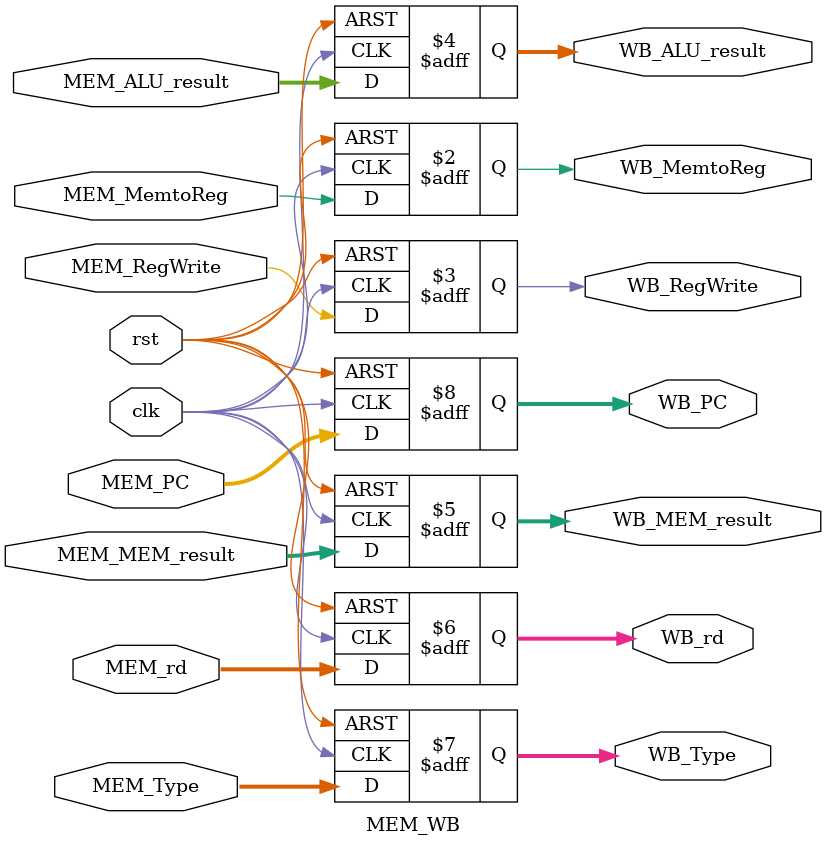
<source format=sv>

module MEM_WB (clk,
              rst,
			  // input 
			  // WB
			  MEM_MemtoReg,
			  MEM_RegWrite,
			  // pipe
			  MEM_ALU_result,
			  MEM_MEM_result,
			  MEM_rd,
              MEM_Type,
              MEM_PC,
			  // output
			  // WB
			  WB_MemtoReg,
			  WB_RegWrite,
			  // pipe
			  WB_ALU_result,
			  WB_MEM_result,
			  WB_rd,
              WB_Type,
              WB_PC
			  );
	
	parameter data_size = 32;
	
	input clk, rst;
	
	// WB
    input MEM_MemtoReg;	
    input MEM_RegWrite;	
	// pipe
	input [data_size-1:0] MEM_ALU_result;
    input [data_size-1:0] MEM_MEM_result;
    input [4:0] MEM_rd;
	input [3:0] MEM_Type;
    input [31:0] MEM_PC;

	// WB
	output WB_MemtoReg;
	output WB_RegWrite;
	// pipe
    output [data_size-1:0] WB_ALU_result;
    output [data_size-1:0] WB_MEM_result;
    output [4:0] WB_rd;
    output [3:0] WB_Type;
	output [31:0] WB_PC;
	
	// WB
	logic WB_MemtoReg;
	logic WB_RegWrite;
	// pipe
	logic [data_size-1:0] WB_ALU_result;
	logic [data_size-1:0] WB_MEM_result;
	logic [4:0] WB_rd;
	logic [3:0] WB_Type;
	logic [31:0] WB_PC;

	always @(posedge clk or posedge rst) begin
		if (rst) begin
			// WB
			WB_MemtoReg		 <= 1'b0;
			WB_RegWrite		 <= 1'b0;
			// pipe
			WB_ALU_result	 <= 32'd0;
			WB_MEM_result	 <= 32'd0;
			WB_rd   		 <= 5'd0;
			WB_Type			 <= 4'd0;
			WB_PC   		 <= 32'd0;		
		end
		else begin
			// WB
			WB_MemtoReg		 <= MEM_MemtoReg;
			WB_RegWrite		 <= MEM_RegWrite;
			// pipe
			WB_ALU_result 	 <= MEM_ALU_result;
			WB_MEM_result	 <= MEM_MEM_result;
			WB_rd	    	 <= MEM_rd;
			WB_Type			 <= MEM_Type;
			WB_PC   		 <= MEM_PC;		
		end
	end	

endmodule

</source>
